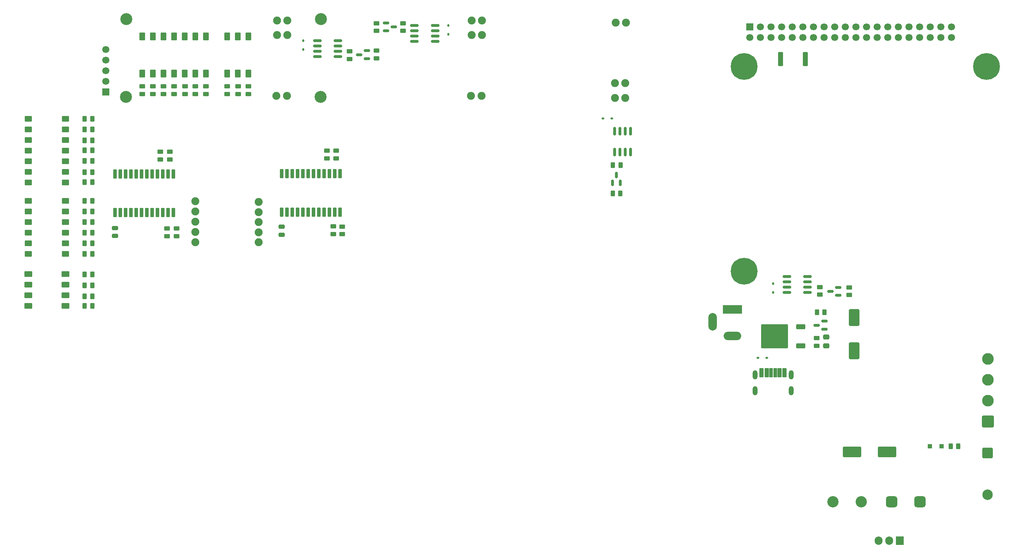
<source format=gbr>
%TF.GenerationSoftware,KiCad,Pcbnew,9.0.2*%
%TF.CreationDate,2025-05-14T09:05:42+08:00*%
%TF.ProjectId,MothBo,4d6f7468-426f-42e6-9b69-6361645f7063,5.0.0*%
%TF.SameCoordinates,Original*%
%TF.FileFunction,Soldermask,Bot*%
%TF.FilePolarity,Negative*%
%FSLAX46Y46*%
G04 Gerber Fmt 4.6, Leading zero omitted, Abs format (unit mm)*
G04 Created by KiCad (PCBNEW 9.0.2) date 2025-05-14 09:05:42*
%MOMM*%
%LPD*%
G01*
G04 APERTURE LIST*
G04 Aperture macros list*
%AMRoundRect*
0 Rectangle with rounded corners*
0 $1 Rounding radius*
0 $2 $3 $4 $5 $6 $7 $8 $9 X,Y pos of 4 corners*
0 Add a 4 corners polygon primitive as box body*
4,1,4,$2,$3,$4,$5,$6,$7,$8,$9,$2,$3,0*
0 Add four circle primitives for the rounded corners*
1,1,$1+$1,$2,$3*
1,1,$1+$1,$4,$5*
1,1,$1+$1,$6,$7*
1,1,$1+$1,$8,$9*
0 Add four rect primitives between the rounded corners*
20,1,$1+$1,$2,$3,$4,$5,0*
20,1,$1+$1,$4,$5,$6,$7,0*
20,1,$1+$1,$6,$7,$8,$9,0*
20,1,$1+$1,$8,$9,$2,$3,0*%
G04 Aperture macros list end*
%ADD10RoundRect,0.250000X-1.000000X1.000000X-1.000000X-1.000000X1.000000X-1.000000X1.000000X1.000000X0*%
%ADD11C,2.500000*%
%ADD12C,1.905000*%
%ADD13C,2.857500*%
%ADD14RoundRect,0.250000X-0.300000X-0.300000X0.300000X-0.300000X0.300000X0.300000X-0.300000X0.300000X0*%
%ADD15RoundRect,0.112500X0.112500X-0.187500X0.112500X0.187500X-0.112500X0.187500X-0.112500X-0.187500X0*%
%ADD16RoundRect,0.250000X-0.450000X0.262500X-0.450000X-0.262500X0.450000X-0.262500X0.450000X0.262500X0*%
%ADD17RoundRect,0.249997X2.950003X2.650003X-2.950003X2.650003X-2.950003X-2.650003X2.950003X-2.650003X0*%
%ADD18RoundRect,0.250000X0.850000X0.350000X-0.850000X0.350000X-0.850000X-0.350000X0.850000X-0.350000X0*%
%ADD19RoundRect,0.250000X-0.262500X-0.450000X0.262500X-0.450000X0.262500X0.450000X-0.262500X0.450000X0*%
%ADD20RoundRect,0.150000X0.587500X0.150000X-0.587500X0.150000X-0.587500X-0.150000X0.587500X-0.150000X0*%
%ADD21R,1.700000X1.700000*%
%ADD22C,1.700000*%
%ADD23RoundRect,0.250000X0.450000X-0.262500X0.450000X0.262500X-0.450000X0.262500X-0.450000X-0.262500X0*%
%ADD24RoundRect,0.250000X0.262500X0.450000X-0.262500X0.450000X-0.262500X-0.450000X0.262500X-0.450000X0*%
%ADD25RoundRect,0.250000X0.475000X-0.337500X0.475000X0.337500X-0.475000X0.337500X-0.475000X-0.337500X0*%
%ADD26RoundRect,0.112500X-0.112500X0.187500X-0.112500X-0.187500X0.112500X-0.187500X0.112500X0.187500X0*%
%ADD27RoundRect,0.150000X0.150000X-0.587500X0.150000X0.587500X-0.150000X0.587500X-0.150000X-0.587500X0*%
%ADD28RoundRect,0.112500X0.187500X0.112500X-0.187500X0.112500X-0.187500X-0.112500X0.187500X-0.112500X0*%
%ADD29RoundRect,0.102000X0.550000X-0.850000X0.550000X0.850000X-0.550000X0.850000X-0.550000X-0.850000X0*%
%ADD30RoundRect,0.102000X0.750000X0.550000X-0.750000X0.550000X-0.750000X-0.550000X0.750000X-0.550000X0*%
%ADD31RoundRect,0.250001X1.149999X-1.149999X1.149999X1.149999X-1.149999X1.149999X-1.149999X-1.149999X0*%
%ADD32C,2.800000*%
%ADD33C,6.404000*%
%ADD34RoundRect,0.250000X0.475000X-0.250000X0.475000X0.250000X-0.475000X0.250000X-0.475000X-0.250000X0*%
%ADD35RoundRect,0.150000X0.150000X-0.825000X0.150000X0.825000X-0.150000X0.825000X-0.150000X-0.825000X0*%
%ADD36R,4.600000X2.000000*%
%ADD37O,4.200000X2.000000*%
%ADD38O,2.000000X4.200000*%
%ADD39RoundRect,0.675000X0.675000X0.675000X-0.675000X0.675000X-0.675000X-0.675000X0.675000X-0.675000X0*%
%ADD40C,2.700000*%
%ADD41RoundRect,0.150000X-0.825000X-0.150000X0.825000X-0.150000X0.825000X0.150000X-0.825000X0.150000X0*%
%ADD42RoundRect,0.250000X-1.950000X-1.000000X1.950000X-1.000000X1.950000X1.000000X-1.950000X1.000000X0*%
%ADD43RoundRect,0.250000X0.362500X1.425000X-0.362500X1.425000X-0.362500X-1.425000X0.362500X-1.425000X0*%
%ADD44RoundRect,0.100500X-0.301500X1.031500X-0.301500X-1.031500X0.301500X-1.031500X0.301500X1.031500X0*%
%ADD45R,1.905000X2.000000*%
%ADD46O,1.905000X2.000000*%
%ADD47RoundRect,0.150000X0.825000X0.150000X-0.825000X0.150000X-0.825000X-0.150000X0.825000X-0.150000X0*%
%ADD48RoundRect,0.102000X0.850000X0.550000X-0.850000X0.550000X-0.850000X-0.550000X0.850000X-0.550000X0*%
%ADD49C,0.400000*%
%ADD50RoundRect,0.102000X0.350000X1.000000X-0.350000X1.000000X-0.350000X-1.000000X0.350000X-1.000000X0*%
%ADD51RoundRect,0.102000X0.380000X1.000000X-0.380000X1.000000X-0.380000X-1.000000X0.380000X-1.000000X0*%
%ADD52RoundRect,0.102000X0.400000X1.000000X-0.400000X1.000000X-0.400000X-1.000000X0.400000X-1.000000X0*%
%ADD53O,1.204000X2.204000*%
%ADD54RoundRect,0.150000X-0.587500X-0.150000X0.587500X-0.150000X0.587500X0.150000X-0.587500X0.150000X0*%
%ADD55RoundRect,0.250000X1.000000X-1.750000X1.000000X1.750000X-1.000000X1.750000X-1.000000X-1.750000X0*%
G04 APERTURE END LIST*
D10*
%TO.C,J1*%
X158500000Y-70765671D03*
D11*
X158500000Y-80765671D03*
%TD*%
D12*
%TO.C,A1*%
X35061497Y29246355D03*
X37561331Y29246355D03*
X35061497Y32764329D03*
X37561331Y32764329D03*
X34928203Y14741147D03*
X37416361Y14743415D03*
D13*
X-1111190Y14483124D03*
X-1000000Y33064329D03*
%TD*%
D12*
%TO.C,A2*%
X71854864Y17731389D03*
X69355030Y17731389D03*
X71854864Y14213415D03*
X69355030Y14213415D03*
X71988158Y32236597D03*
X69500000Y32234329D03*
%TD*%
%TO.C,A3*%
X-11500000Y29234329D03*
X-9000166Y29234329D03*
X-11500000Y32752303D03*
X-9000166Y32752303D03*
X-11633294Y14729121D03*
X-9145136Y14731389D03*
D13*
X-47672687Y14471098D03*
X-47561497Y33052303D03*
%TD*%
D14*
%TO.C,E1*%
X144700000Y-69225671D03*
X147500000Y-69225671D03*
%TD*%
D15*
%TO.C,D36*%
X107180000Y-32373171D03*
X107180000Y-30273171D03*
%TD*%
D16*
%TO.C,R81*%
X125390000Y-31163171D03*
X125390000Y-32988171D03*
%TD*%
D17*
%TO.C,Q2*%
X107550000Y-42835671D03*
D18*
X113850000Y-40555671D03*
X113850000Y-45115671D03*
%TD*%
D19*
%TO.C,R77*%
X68852500Y-1845671D03*
X70677500Y-1845671D03*
%TD*%
D16*
%TO.C,R76*%
X12260000Y25546829D03*
X12260000Y23721829D03*
%TD*%
D20*
%TO.C,Q9*%
X9987500Y25516829D03*
X9987500Y23616829D03*
X8112500Y24566829D03*
%TD*%
D21*
%TO.C,J5*%
X-52500000Y15614329D03*
D22*
X-52500000Y18154329D03*
X-52500000Y20694329D03*
X-52500000Y23234329D03*
X-52500000Y25774329D03*
%TD*%
D16*
%TO.C,R1*%
X117610000Y-43323171D03*
X117610000Y-45148171D03*
%TD*%
%TO.C,R47*%
X-35500000Y-17073171D03*
X-35500000Y-18898171D03*
%TD*%
%TO.C,R84*%
X2670000Y1579329D03*
X2670000Y-245671D03*
%TD*%
D23*
%TO.C,R33*%
X-18320000Y15161829D03*
X-18320000Y16986829D03*
%TD*%
D20*
%TO.C,Q3*%
X119487500Y-39255671D03*
X119487500Y-41155671D03*
X117612500Y-40205671D03*
%TD*%
D23*
%TO.C,R19*%
X-20840000Y15161829D03*
X-20840000Y16986829D03*
%TD*%
D24*
%TO.C,R35*%
X-55697500Y-30662290D03*
X-57522500Y-30662290D03*
%TD*%
D23*
%TO.C,R32*%
X-23400000Y15161829D03*
X-23400000Y16986829D03*
%TD*%
D24*
%TO.C,R37*%
X-55697500Y-905671D03*
X-57522500Y-905671D03*
%TD*%
D25*
%TO.C,C5*%
X119900000Y-45143171D03*
X119900000Y-43068171D03*
%TD*%
D23*
%TO.C,R30*%
X-33540000Y15161829D03*
X-33540000Y16986829D03*
%TD*%
D24*
%TO.C,R23*%
X-55697500Y1674329D03*
X-57522500Y1674329D03*
%TD*%
D26*
%TO.C,D30*%
X-5210000Y27901829D03*
X-5210000Y25801829D03*
%TD*%
D23*
%TO.C,R31*%
X-28520000Y15161829D03*
X-28520000Y16986829D03*
%TD*%
D27*
%TO.C,Q8*%
X70635000Y-6093171D03*
X68735000Y-6093171D03*
X69685000Y-4218171D03*
%TD*%
D28*
%TO.C,D29*%
X68560000Y9314329D03*
X66460000Y9314329D03*
%TD*%
D29*
%TO.C,SW3*%
X-18310000Y20071829D03*
X-18310000Y28971829D03*
X-20850000Y20071829D03*
X-20850000Y28971829D03*
X-23390000Y20071829D03*
X-23390000Y28971829D03*
%TD*%
D30*
%TO.C,SW6*%
X-62100000Y-10415671D03*
X-71000000Y-10415671D03*
X-62100000Y-12955671D03*
X-71000000Y-12955671D03*
X-62100000Y-15495671D03*
X-71000000Y-15495671D03*
X-62100000Y-18035671D03*
X-71000000Y-18035671D03*
X-62100000Y-20575671D03*
X-71000000Y-20575671D03*
X-62100000Y-23115671D03*
X-71000000Y-23115671D03*
%TD*%
D31*
%TO.C,U2*%
X158600000Y-63265671D03*
D32*
X158600000Y-58265671D03*
X158600000Y-53265671D03*
X158600000Y-48265671D03*
%TD*%
D33*
%TO.C,U4*%
X158237500Y21736829D03*
X100237500Y21736829D03*
X100237500Y-27263171D03*
%TD*%
D34*
%TO.C,C18*%
X-10380000Y-18535671D03*
X-10380000Y-16635671D03*
%TD*%
D23*
%TO.C,R78*%
X5852500Y23529329D03*
X5852500Y25354329D03*
%TD*%
D35*
%TO.C,U8*%
X73095000Y1269329D03*
X71825000Y1269329D03*
X70555000Y1269329D03*
X69285000Y1269329D03*
X69285000Y6219329D03*
X70555000Y6219329D03*
X71825000Y6219329D03*
X73095000Y6219329D03*
%TD*%
D24*
%TO.C,R36*%
X-55697500Y-5985671D03*
X-57522500Y-5985671D03*
%TD*%
D36*
%TO.C,J7*%
X97500000Y-36465671D03*
D37*
X97500000Y-42765671D03*
D38*
X92700000Y-39365671D03*
%TD*%
D26*
%TO.C,D31*%
X29490000Y31544329D03*
X29490000Y29444329D03*
%TD*%
D23*
%TO.C,R80*%
X12260000Y30251829D03*
X12260000Y32076829D03*
%TD*%
D16*
%TO.C,R82*%
X18690000Y32086829D03*
X18690000Y30261829D03*
%TD*%
D39*
%TO.C,F1*%
X142330000Y-82515671D03*
X135570000Y-82515671D03*
D40*
X128290000Y-82515671D03*
X121530000Y-82515671D03*
%TD*%
D24*
%TO.C,R2*%
X119522500Y-37065671D03*
X117697500Y-37065671D03*
%TD*%
%TO.C,R75*%
X70657500Y-8665671D03*
X68832500Y-8665671D03*
%TD*%
%TO.C,R22*%
X-55697500Y-3565671D03*
X-57522500Y-3565671D03*
%TD*%
D41*
%TO.C,U11*%
X21365000Y27749329D03*
X21365000Y29019329D03*
X21365000Y30289329D03*
X21365000Y31559329D03*
X26315000Y31559329D03*
X26315000Y30289329D03*
X26315000Y29019329D03*
X26315000Y27749329D03*
%TD*%
D24*
%TO.C,R34*%
X-55697500Y-35585671D03*
X-57522500Y-35585671D03*
%TD*%
D21*
%TO.C,U3*%
X101600000Y31234329D03*
D22*
X101600000Y28694329D03*
X104140000Y31234329D03*
X104140000Y28694329D03*
X106680000Y31234329D03*
X106680000Y28694329D03*
X109220000Y31234329D03*
X109220000Y28694329D03*
X111760000Y31234329D03*
X111760000Y28694329D03*
X114300000Y31234329D03*
X114300000Y28694329D03*
X116840000Y31234329D03*
X116840000Y28694329D03*
X119380000Y31234329D03*
X119380000Y28694329D03*
X121920000Y31234329D03*
X121920000Y28694329D03*
X124460000Y31234329D03*
X124460000Y28694329D03*
X127000000Y31234329D03*
X127000000Y28694329D03*
X129540000Y31234329D03*
X129540000Y28694329D03*
X132080000Y31234329D03*
X132080000Y28694329D03*
X134620000Y31234329D03*
X134620000Y28694329D03*
X137160000Y31234329D03*
X137160000Y28694329D03*
X139700000Y31234329D03*
X139700000Y28694329D03*
X142240000Y31234329D03*
X142240000Y28694329D03*
X144780000Y31234329D03*
X144780000Y28694329D03*
X147320000Y31234329D03*
X147320000Y28694329D03*
X149860000Y31234329D03*
X149860000Y28694329D03*
%TD*%
D24*
%TO.C,R42*%
X-55697500Y-12995671D03*
X-57522500Y-12995671D03*
%TD*%
%TO.C,R39*%
X-55697500Y9174329D03*
X-57522500Y9174329D03*
%TD*%
D23*
%TO.C,R86*%
X4110000Y-18398171D03*
X4110000Y-16573171D03*
%TD*%
D24*
%TO.C,R24*%
X-55697500Y6634329D03*
X-57522500Y6634329D03*
%TD*%
D23*
%TO.C,R18*%
X-31010000Y15161829D03*
X-31010000Y16986829D03*
%TD*%
D42*
%TO.C,C1*%
X126080000Y-70525671D03*
X134480000Y-70525671D03*
%TD*%
D24*
%TO.C,R38*%
X-55697500Y4064329D03*
X-57522500Y4064329D03*
%TD*%
D16*
%TO.C,R83*%
X480000Y1579329D03*
X480000Y-245671D03*
%TD*%
D43*
%TO.C,RJ1*%
X114892500Y23534329D03*
X108967500Y23534329D03*
%TD*%
D44*
%TO.C,U12*%
X-10355000Y-3873171D03*
X-9085000Y-3873171D03*
X-7815000Y-3873171D03*
X-6545000Y-3873171D03*
X-5275000Y-3873171D03*
X-4005000Y-3873171D03*
X-2735000Y-3873171D03*
X-1465000Y-3873171D03*
X-195000Y-3873171D03*
X1075000Y-3873171D03*
X2345000Y-3873171D03*
X3615000Y-3873171D03*
X3615000Y-13153171D03*
X2345000Y-13153171D03*
X1075000Y-13153171D03*
X-195000Y-13153171D03*
X-1465000Y-13153171D03*
X-2735000Y-13153171D03*
X-4005000Y-13153171D03*
X-5275000Y-13153171D03*
X-6545000Y-13153171D03*
X-7815000Y-13153171D03*
X-9085000Y-13153171D03*
X-10355000Y-13153171D03*
%TD*%
D45*
%TO.C,Q1*%
X137500000Y-91765671D03*
D46*
X134960000Y-91765671D03*
X132420000Y-91765671D03*
%TD*%
D23*
%TO.C,R28*%
X-43770000Y15161829D03*
X-43770000Y16986829D03*
%TD*%
D47*
%TO.C,U9*%
X3067500Y27891829D03*
X3067500Y26621829D03*
X3067500Y25351829D03*
X3067500Y24081829D03*
X-1882500Y24081829D03*
X-1882500Y25351829D03*
X-1882500Y26621829D03*
X-1882500Y27891829D03*
%TD*%
D34*
%TO.C,C13*%
X-50290000Y-18835671D03*
X-50290000Y-16935671D03*
%TD*%
D23*
%TO.C,R29*%
X-38680000Y15161829D03*
X-38680000Y16986829D03*
%TD*%
D48*
%TO.C,SW4*%
X-62100000Y-27985671D03*
X-71000000Y-27985671D03*
X-62100000Y-30525671D03*
X-71000000Y-30525671D03*
X-62100000Y-33065671D03*
X-71000000Y-33065671D03*
X-62100000Y-35605671D03*
X-71000000Y-35605671D03*
%TD*%
D23*
%TO.C,R50*%
X-39400000Y-498171D03*
X-39400000Y1326829D03*
%TD*%
D29*
%TO.C,SW2*%
X-28490000Y20041829D03*
X-28490000Y28941829D03*
X-31030000Y20041829D03*
X-31030000Y28941829D03*
X-33570000Y20041829D03*
X-33570000Y28941829D03*
X-36110000Y20041829D03*
X-36110000Y28941829D03*
X-38650000Y20041829D03*
X-38650000Y28941829D03*
X-41190000Y20041829D03*
X-41190000Y28941829D03*
X-43730000Y20041829D03*
X-43730000Y28941829D03*
%TD*%
D16*
%TO.C,R48*%
X-37790000Y-17073171D03*
X-37790000Y-18898171D03*
%TD*%
D49*
%TO.C,J2*%
X111520000Y-56265671D03*
X111520000Y-56165671D03*
X111520000Y-56115671D03*
X111520000Y-56015671D03*
X111520000Y-55815671D03*
X111520000Y-55715671D03*
X111520000Y-55665671D03*
X111520000Y-55565671D03*
X111520000Y-52465671D03*
X111520000Y-52365671D03*
X111520000Y-52315671D03*
X111520000Y-52215671D03*
X111520000Y-52015671D03*
X111520000Y-51915671D03*
X111520000Y-51865671D03*
X111520000Y-51765671D03*
X102880000Y-56265671D03*
X102880000Y-56165671D03*
X102880000Y-56115671D03*
X102880000Y-56015671D03*
X102880000Y-55815671D03*
X102880000Y-55715671D03*
X102880000Y-55665671D03*
X102880000Y-55615671D03*
X102880000Y-52465671D03*
X102880000Y-52415671D03*
X102880000Y-52315671D03*
X102880000Y-52015671D03*
X102880000Y-51915671D03*
X102880000Y-51865671D03*
X102880000Y-51765671D03*
D50*
X107700000Y-51565671D03*
D51*
X105680000Y-51565671D03*
D52*
X104450000Y-51565671D03*
D50*
X106700000Y-51565671D03*
D51*
X108720000Y-51565671D03*
D52*
X109950000Y-51565671D03*
D53*
X111500000Y-55915671D03*
X102900000Y-55915671D03*
X102900000Y-52115671D03*
X111520000Y-52115671D03*
%TD*%
D24*
%TO.C,R25*%
X-55697500Y-20575671D03*
X-57522500Y-20575671D03*
%TD*%
D47*
%TO.C,U10*%
X115456250Y-28555671D03*
X115456250Y-29825671D03*
X115456250Y-31095671D03*
X115456250Y-32365671D03*
X110506250Y-32365671D03*
X110506250Y-31095671D03*
X110506250Y-29825671D03*
X110506250Y-28555671D03*
%TD*%
D24*
%TO.C,R20*%
X-55697500Y-33268909D03*
X-57522500Y-33268909D03*
%TD*%
D54*
%TO.C,Q11*%
X14552500Y30264329D03*
X14552500Y32164329D03*
X16427500Y31214329D03*
%TD*%
D23*
%TO.C,R79*%
X118401250Y-32878171D03*
X118401250Y-31053171D03*
%TD*%
D28*
%TO.C,E3*%
X105660000Y-48055671D03*
X103560000Y-48055671D03*
%TD*%
D44*
%TO.C,U13*%
X-50295000Y-3963171D03*
X-49025000Y-3963171D03*
X-47755000Y-3963171D03*
X-46485000Y-3963171D03*
X-45215000Y-3963171D03*
X-43945000Y-3963171D03*
X-42675000Y-3963171D03*
X-41405000Y-3963171D03*
X-40135000Y-3963171D03*
X-38865000Y-3963171D03*
X-37595000Y-3963171D03*
X-36325000Y-3963171D03*
X-36325000Y-13243171D03*
X-37595000Y-13243171D03*
X-38865000Y-13243171D03*
X-40135000Y-13243171D03*
X-41405000Y-13243171D03*
X-42675000Y-13243171D03*
X-43945000Y-13243171D03*
X-45215000Y-13243171D03*
X-46485000Y-13243171D03*
X-47755000Y-13243171D03*
X-49025000Y-13243171D03*
X-50295000Y-13243171D03*
%TD*%
D24*
%TO.C,R26*%
X-55697500Y-15485671D03*
X-57522500Y-15485671D03*
%TD*%
D23*
%TO.C,R17*%
X-36110000Y15161829D03*
X-36110000Y16986829D03*
%TD*%
%TO.C,R85*%
X1970000Y-18388171D03*
X1970000Y-16563171D03*
%TD*%
D55*
%TO.C,C4*%
X126630000Y-46335671D03*
X126630000Y-38335671D03*
%TD*%
D12*
%TO.C,J4*%
X-31050680Y-10538019D03*
X-15866151Y-13119451D03*
X-31050680Y-20307866D03*
X-15866151Y-10705332D03*
X-31050680Y-15422942D03*
X-15866151Y-15533570D03*
X-15866151Y-17947689D03*
X-15866151Y-20361808D03*
X-31050680Y-17865404D03*
X-31050680Y-12980481D03*
%TD*%
D23*
%TO.C,R16*%
X-41250000Y15161829D03*
X-41250000Y16986829D03*
%TD*%
D24*
%TO.C,R3*%
X151522500Y-69215671D03*
X149697500Y-69215671D03*
%TD*%
%TO.C,R27*%
X-55697500Y-10455671D03*
X-57522500Y-10455671D03*
%TD*%
D20*
%TO.C,Q10*%
X122817500Y-31163171D03*
X122817500Y-33063171D03*
X120942500Y-32113171D03*
%TD*%
D23*
%TO.C,R49*%
X-37170000Y-488171D03*
X-37170000Y1336829D03*
%TD*%
D24*
%TO.C,R21*%
X-55697500Y-28055671D03*
X-57522500Y-28055671D03*
%TD*%
D30*
%TO.C,SW5*%
X-62100000Y9234329D03*
X-71000000Y9234329D03*
X-62100000Y6694329D03*
X-71000000Y6694329D03*
X-62100000Y4154329D03*
X-71000000Y4154329D03*
X-62100000Y1614329D03*
X-71000000Y1614329D03*
X-62100000Y-925671D03*
X-71000000Y-925671D03*
X-62100000Y-3465671D03*
X-71000000Y-3465671D03*
X-62100000Y-6005671D03*
X-71000000Y-6005671D03*
%TD*%
D24*
%TO.C,R41*%
X-55697500Y-18045671D03*
X-57522500Y-18045671D03*
%TD*%
%TO.C,R40*%
X-55697500Y-23105671D03*
X-57522500Y-23105671D03*
%TD*%
M02*

</source>
